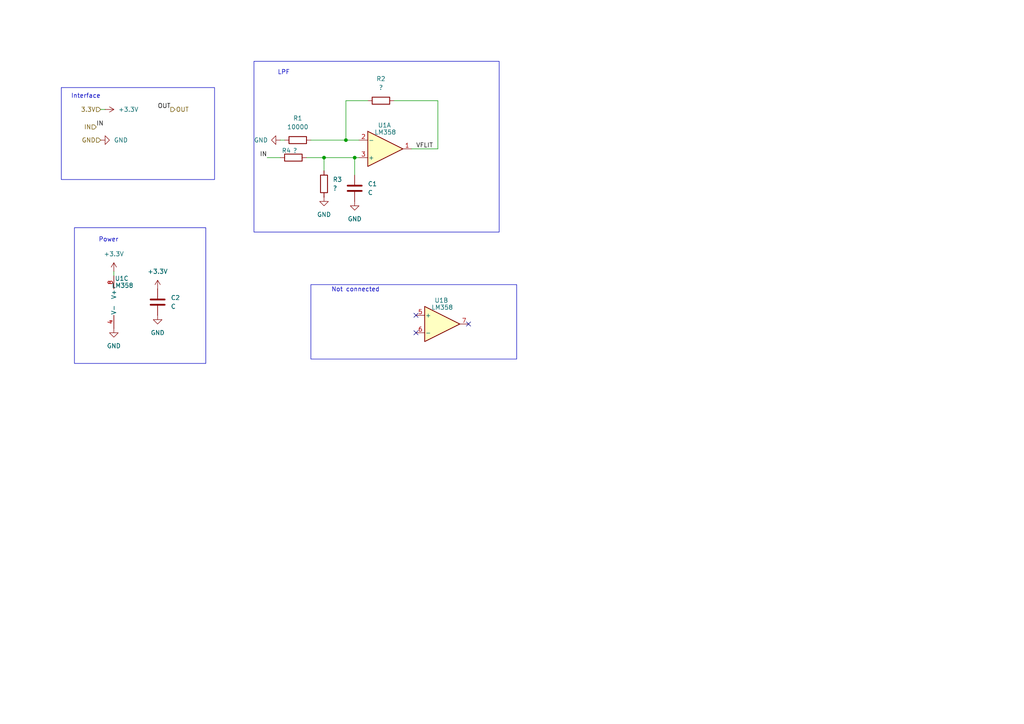
<source format=kicad_sch>
(kicad_sch (version 20231120) (generator "eeschema") (generator_version "8.0")
  (paper "A4")
  (title_block (title "Buck Converter") (date "2025-02-01") (rev "v0"))
  (lib_symbols
    (symbol "Amplifier_Operational:LM358" (pin_names (offset 0.127))
      (property "Reference" "U1" (at -0.254 6.858 0))
      (property "Value" "LM358" (at 0 4.826 0))
      (symbol "LM358_1_1"
        (polyline (pts (xy -5.08 5.08) (xy 5.08 0) (xy -5.08 -5.08) (xy -5.08 5.08)) (stroke (width 0.254)) (fill (type background)))
        (pin output line (at 7.62 0 180) (length 2.54) (name "~") (number "1"))
        (pin input line (at -7.62 2.54 0) (length 2.54) (name "-") (number "2"))
        (pin input line (at -7.62 -2.54 0) (length 2.54) (name "+") (number "3"))
      )
      (symbol "LM358_2_1"
        (polyline (pts (xy -5.08 5.08) (xy 5.08 0) (xy -5.08 -5.08) (xy -5.08 5.08)) (stroke (width 0.254)) (fill (type background)))
        (pin input line (at -7.62 2.54 0) (length 2.54) (name "+") (number "5"))
        (pin input line (at -7.62 -2.54 0) (length 2.54) (name "-") (number "6"))
        (pin output line (at 7.62 0 180) (length 2.54) (name "~") (number "7"))
      )
      (symbol "LM358_3_1"
        (pin power_in line (at -2.54 -7.62 90) (length 3.81) (name "V-") (number "4"))
        (pin power_in line (at -2.54 7.62 270) (length 3.81) (name "V+") (number "8"))
      )
    )
    (symbol "Device:C" (pin_numbers hide) (pin_names (offset 0.254))
      (property "Reference" "C" (at 0.635 2.54 0))
      (property "Value" "C" (at 0.635 -2.54 0))
      (symbol "C_0_1"
        (polyline (pts (xy -2.032 -0.762) (xy 2.032 -0.762)) (stroke (width 0.508)))
        (polyline (pts (xy -2.032 0.762) (xy 2.032 0.762)) (stroke (width 0.508)))
      )
      (symbol "C_1_1"
        (pin passive line (at 0 3.81 270) (length 2.794) (name "~") (number "1"))
        (pin passive line (at 0 -3.81 90) (length 2.794) (name "~") (number "2"))
      )
    )
    (symbol "Device:R" (pin_numbers hide) (pin_names (offset 0))
      (property "Reference" "R" (at 2.032 0 90))
      (property "Value" "R" (at 0 0 90))
      (symbol "R_0_1"
        (rectangle (start -1.016 -2.54) (end 1.016 2.54) (stroke (width 0.254)))
      )
      (symbol "R_1_1"
        (pin passive line (at 0 3.81 270) (length 1.27) (name "~") (number "1"))
        (pin passive line (at 0 -3.81 90) (length 1.27) (name "~") (number "2"))
      )
    )
    (symbol "LM358_1" (pin_names (offset 0.127))
      (property "Reference" "U1" (at -0.254 6.858 0))
      (property "Value" "LM358" (at 0 4.826 0))
      (symbol "LM358_1_1_1"
        (polyline (pts (xy -5.08 5.08) (xy 5.08 0) (xy -5.08 -5.08) (xy -5.08 5.08)) (stroke (width 0.254)) (fill (type background)))
        (pin output line (at 7.62 0 180) (length 2.54) (name "~") (number "1"))
        (pin input line (at -7.62 2.54 0) (length 2.54) (name "-") (number "2"))
        (pin input line (at -7.62 -2.54 0) (length 2.54) (name "+") (number "3"))
      )
      (symbol "LM358_1_2_1"
        (polyline (pts (xy -5.08 5.08) (xy 5.08 0) (xy -5.08 -5.08) (xy -5.08 5.08)) (stroke (width 0.254)) (fill (type background)))
        (pin input line (at -7.62 2.54 0) (length 2.54) (name "+") (number "5"))
        (pin input line (at -7.62 -2.54 0) (length 2.54) (name "-") (number "6"))
        (pin output line (at 7.62 0 180) (length 2.54) (name "~") (number "7"))
      )
      (symbol "LM358_1_3_1"
        (pin power_in line (at -2.54 -7.62 90) (length 3.81) (name "V-") (number "4"))
        (pin power_in line (at -2.54 7.62 270) (length 3.81) (name "V+") (number "8"))
      )
    )
    (symbol "LM358_2" (pin_names (offset 0.127))
      (property "Reference" "U1" (at -0.254 6.858 0))
      (property "Value" "LM358" (at 0 4.826 0))
      (symbol "LM358_2_1_1"
        (polyline (pts (xy -5.08 5.08) (xy 5.08 0) (xy -5.08 -5.08) (xy -5.08 5.08)) (stroke (width 0.254)) (fill (type background)))
        (pin output line (at 7.62 0 180) (length 2.54) (name "~") (number "1"))
        (pin input line (at -7.62 2.54 0) (length 2.54) (name "-") (number "2"))
        (pin input line (at -7.62 -2.54 0) (length 2.54) (name "+") (number "3"))
      )
      (symbol "LM358_2_2_1"
        (polyline (pts (xy -5.08 5.08) (xy 5.08 0) (xy -5.08 -5.08) (xy -5.08 5.08)) (stroke (width 0.254)) (fill (type background)))
        (pin input line (at -7.62 2.54 0) (length 2.54) (name "+") (number "5"))
        (pin input line (at -7.62 -2.54 0) (length 2.54) (name "-") (number "6"))
        (pin output line (at 7.62 0 180) (length 2.54) (name "~") (number "7"))
      )
      (symbol "LM358_2_3_1"
        (pin power_in line (at -2.54 -7.62 90) (length 3.81) (name "V-") (number "4"))
        (pin power_in line (at -2.54 7.62 270) (length 3.81) (name "V+") (number "8"))
      )
    )
    (symbol "power:+3.3V" (power) (pin_numbers hide) (pin_names (offset 0) hide)
      (property "Value" "+3.3V" (at 0 3.556 0))
      (symbol "+3.3V_0_1"
        (polyline (pts (xy -0.762 1.27) (xy 0 2.54)))
        (polyline (pts (xy 0 0) (xy 0 2.54)))
        (polyline (pts (xy 0 2.54) (xy 0.762 1.27)))
      )
      (symbol "+3.3V_1_1"
        (pin power_in line (at 0 0 90) (length 0) (name "~") (number "1"))
      )
    )
    (symbol "power:GND" (power) (pin_numbers hide) (pin_names (offset 0) hide)
      (property "Value" "GND" (at 0 -3.81 0))
      (symbol "GND_0_1"
        (polyline (pts (xy 0 0) (xy 0 -1.27) (xy 1.27 -1.27) (xy 0 -2.54) (xy -1.27 -1.27) (xy 0 -1.27)))
      )
      (symbol "GND_1_1"
        (pin power_in line (at 0 0 270) (length 0) (name "~") (number "1"))
      )
    )
  )
  (junction (at 100.33 40.64))
  (junction (at 102.87 45.72))
  (junction (at 93.98 45.72))
  (no_connect (at 120.65 96.52))
  (no_connect (at 135.89 93.98))
  (no_connect (at 120.65 91.44))
  (wire (pts (xy 93.98 45.72) (xy 93.98 49.53)))
  (wire (pts (xy 114.3 29.21) (xy 127 29.21)))
  (wire (pts (xy 77.47 45.72) (xy 81.28 45.72)))
  (wire (pts (xy 100.33 29.21) (xy 100.33 40.64)))
  (wire (pts (xy 106.68 29.21) (xy 100.33 29.21)))
  (wire (pts (xy 29.21 31.75) (xy 30.48 31.75)))
  (wire (pts (xy 81.28 40.64) (xy 82.55 40.64)))
  (wire (pts (xy 33.02 78.74) (xy 33.02 80.01)))
  (wire (pts (xy 100.33 40.64) (xy 104.14 40.64)))
  (wire (pts (xy 93.98 45.72) (xy 102.87 45.72)))
  (wire (pts (xy 88.9 45.72) (xy 93.98 45.72)))
  (wire (pts (xy 90.17 40.64) (xy 100.33 40.64)))
  (wire (pts (xy 102.87 45.72) (xy 102.87 50.8)))
  (wire (pts (xy 127 43.18) (xy 119.38 43.18)))
  (wire (pts (xy 102.87 45.72) (xy 104.14 45.72)))
  (wire (pts (xy 127 29.21) (xy 127 43.18)))
  (rectangle (start 90.17 82.55) (end 149.86 104.14))
  (rectangle (start 17.78 25.4) (end 62.23 52.07))
  (rectangle (start 21.59 66.04) (end 59.69 105.41))
  (rectangle (start 73.66 17.78) (end 144.78 67.31))
  (text "Power" (at 31.496 69.596 0) (effects (font (size 1.27 1.27))))
  (text "Interface" (at 24.892 27.94 0) (effects (font (size 1.27 1.27))))
  (text "Not connected" (at 103.124 84.074 0) (effects (font (size 1.27 1.27))))
  (text "LPF" (at 82.296 21.082 0) (effects (font (size 1.27 1.27))))
  (label "VFLIT" (at 120.65 43.18 0))
  (label "IN" (at 27.94 36.83 0))
  (label "OUT" (at 49.53 31.75 180))
  (label "IN" (at 77.47 45.72 180))
  (hierarchical_label "GND" (shape input) (at 29.21 40.64 180))
  (hierarchical_label "IN" (shape input) (at 27.94 36.83 180))
  (hierarchical_label "3.3V" (shape input) (at 29.21 31.75 180))
  (hierarchical_label "OUT" (shape output) (at 49.53 31.75 0))
  (symbol (lib_id "power:+3.3V") (at 45.72 83.82 0) (unit 1)
    (property "Reference" "#PWR015" (effects (hide yes)))
    (property "Value" "+3.3V" (at 45.72 78.74 0))
    (property "Description" "Power symbol creates a global label with name \"+3.3V\"" (effects (hide yes)))
  )
  (symbol (lib_id "power:GND") (at 81.28 40.64 270) (unit 1)
    (property "Reference" "#PWR054" (effects (hide yes)))
    (property "Value" "GND" (at 77.724 40.64 90) (effects (justify right)))
    (property "Description" "Power symbol creates a global label with name \"GND\" , ground" (effects (hide yes)))
  )
  (symbol (lib_id "Device:R") (at 93.98 53.34 0) (unit 1)
    (property "Reference" "R3" (at 96.52 52.0699 0) (effects (justify left)))
    (property "Value" "?" (at 96.52 54.6099 0) (effects (justify left)))
    (property "Footprint" "Resistor_SMD:R_0805_2012Metric" (effects (hide yes)))
    (property "Description" "Resistor" (effects (hide yes)))
    (property "Part Number" "RMCF0805FT10K0" (effects (hide yes)))
  )
  (symbol (lib_id "Device:R") (at 86.36 40.64 90) (unit 1)
    (property "Reference" "R1" (at 86.36 34.29 90))
    (property "Value" "10000" (at 86.36 36.83 90))
    (property "Footprint" "Resistor_SMD:R_0805_2012Metric" (effects (hide yes)))
    (property "Description" "Resistor" (effects (hide yes)))
    (property "Part Number" "RMCF0805FT10K0" (effects (hide yes)))
  )
  (symbol (lib_id "power:+3.3V") (at 30.48 31.75 270) (unit 1)
    (property "Reference" "#PWR09" (effects (hide yes)))
    (property "Value" "+3.3V" (at 34.29 31.7499 90) (effects (justify left)))
    (property "Description" "Power symbol creates a global label with name \"+3.3V\"" (effects (hide yes)))
  )
  (symbol (lib_id "Device:R") (at 110.49 29.21 90) (unit 1)
    (property "Reference" "R2" (at 110.49 22.86 90))
    (property "Value" "?" (at 110.49 25.4 90))
    (property "Footprint" "Resistor_SMD:R_0805_2012Metric" (effects (hide yes)))
    (property "Description" "Resistor" (effects (hide yes)))
    (property "Part Number" "RMCF0805FT10K0" (effects (hide yes)))
  )
  (symbol (lib_id "power:+3.3V") (at 33.02 78.74 0) (unit 1)
    (property "Reference" "#PWR011" (effects (hide yes)))
    (property "Value" "+3.3V" (at 33.02 73.66 0))
    (property "Description" "Power symbol creates a global label with name \"+3.3V\"" (effects (hide yes)))
  )
  (symbol (lib_name "LM358_2") (lib_id "Amplifier_Operational:LM358") (at 111.76 43.18 0) (unit 1)
    (property "Reference" "U1" (at 111.506 36.322 0))
    (property "Value" "LM358" (at 111.76 38.354 0))
    (property "Footprint" "Package_SO:VSSOP-8_3x3mm_P0.65mm" (effects (hide yes)))
    (property "Datasheet" "http://www.ti.com/lit/ds/symlink/lm2904-n.pdf" (effects (hide yes)))
    (property "Description" "Low-Power, Dual Operational Amplifiers, DIP-8/SOIC-8/TO-99-8" (effects (hide yes)))
    (property "Part Number" "LM358DGKR" (effects (hide yes)))
  )
  (symbol (lib_id "power:GND") (at 93.98 57.15 0) (unit 1)
    (property "Reference" "#PWR013" (effects (hide yes)))
    (property "Value" "GND" (at 93.98 62.23 0))
    (property "Description" "Power symbol creates a global label with name \"GND\" , ground" (effects (hide yes)))
  )
  (symbol (lib_id "Device:R") (at 85.09 45.72 270) (unit 1)
    (property "Reference" "R4" (at 83.058 43.688 90))
    (property "Value" "?" (at 85.598 43.688 90))
    (property "Footprint" "Resistor_SMD:R_0805_2012Metric" (effects (hide yes)))
    (property "Description" "Resistor" (effects (hide yes)))
    (property "Part Number" "RMCF0805FT10K0" (effects (hide yes)))
  )
  (symbol (lib_id "power:GND") (at 45.72 91.44 0) (unit 1)
    (property "Reference" "#PWR016" (effects (hide yes)))
    (property "Value" "GND" (at 45.72 96.52 0))
    (property "Description" "Power symbol creates a global label with name \"GND\" , ground" (effects (hide yes)))
  )
  (symbol (lib_id "power:GND") (at 29.21 40.64 90) (unit 1)
    (property "Reference" "#PWR010" (effects (hide yes)))
    (property "Value" "GND" (at 33.02 40.6399 90) (effects (justify right)))
    (property "Description" "Power symbol creates a global label with name \"GND\" , ground" (effects (hide yes)))
  )
  (symbol (lib_id "Amplifier_Operational:LM358") (at 128.27 93.98 0) (unit 2)
    (property "Reference" "U1" (at 128.016 87.122 0))
    (property "Value" "LM358" (at 128.27 89.154 0))
    (property "Footprint" "Package_SO:VSSOP-8_3x3mm_P0.65mm" (effects (hide yes)))
    (property "Datasheet" "http://www.ti.com/lit/ds/symlink/lm2904-n.pdf" (effects (hide yes)))
    (property "Description" "Low-Power, Dual Operational Amplifiers, DIP-8/SOIC-8/TO-99-8" (effects (hide yes)))
    (property "Part Number" "LM358DGKR" (effects (hide yes)))
  )
  (symbol (lib_id "power:GND") (at 33.02 95.25 0) (unit 1)
    (property "Reference" "#PWR014" (effects (hide yes)))
    (property "Value" "GND" (at 33.02 100.33 0))
    (property "Description" "Power symbol creates a global label with name \"GND\" , ground" (effects (hide yes)))
  )
  (symbol (lib_id "Device:C") (at 102.87 54.61 0) (unit 1)
    (property "Reference" "C1" (at 106.68 53.3399 0) (effects (justify left)))
    (property "Value" "C" (at 106.68 55.8799 0) (effects (justify left)))
    (property "Footprint" "Capacitor_SMD:C_0805_2012Metric" (effects (hide yes)))
    (property "Description" "Unpolarized capacitor" (effects (hide yes)))
  )
  (symbol (lib_id "Device:C") (at 45.72 87.63 0) (unit 1)
    (property "Reference" "C2" (at 49.53 86.3599 0) (effects (justify left)))
    (property "Value" "C" (at 49.53 88.8999 0) (effects (justify left)))
    (property "Footprint" "Capacitor_SMD:C_0805_2012Metric" (effects (hide yes)))
    (property "Description" "Tantalum Decoupling(Bypass) Capacitor" (effects (hide yes)))
    (property "Part Number" "TMCP1E105MTRF" (effects (hide yes)))
  )
  (symbol (lib_id "power:GND") (at 102.87 58.42 0) (unit 1)
    (property "Reference" "#PWR012" (effects (hide yes)))
    (property "Value" "GND" (at 102.87 63.5 0))
    (property "Description" "Power symbol creates a global label with name \"GND\" , ground" (effects (hide yes)))
  )
  (symbol (lib_name "LM358_1") (lib_id "Amplifier_Operational:LM358") (at 35.56 87.63 0) (unit 3)
    (property "Reference" "U1" (at 35.306 80.772 0))
    (property "Value" "LM358" (at 35.56 82.804 0))
    (property "Footprint" "Package_SO:VSSOP-8_3x3mm_P0.65mm" (effects (hide yes)))
    (property "Datasheet" "http://www.ti.com/lit/ds/symlink/lm2904-n.pdf" (effects (hide yes)))
    (property "Description" "Low-Power, Dual Operational Amplifiers, DIP-8/SOIC-8/TO-99-8" (effects (hide yes)))
    (property "Part Number" "LM358DGKR" (effects (hide yes)))
  )
)
</source>
